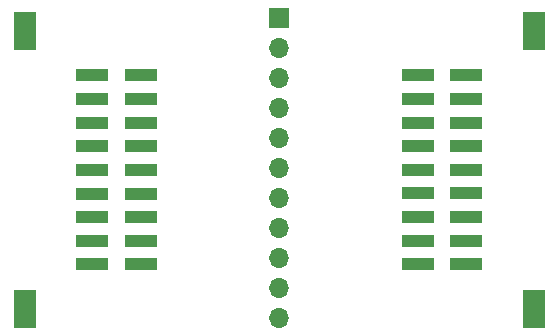
<source format=gbr>
%TF.GenerationSoftware,KiCad,Pcbnew,7.0.6-0*%
%TF.CreationDate,2023-11-06T09:59:01-05:00*%
%TF.ProjectId,AntSniffer,416e7453-6e69-4666-9665-722e6b696361,rev?*%
%TF.SameCoordinates,Original*%
%TF.FileFunction,Soldermask,Top*%
%TF.FilePolarity,Negative*%
%FSLAX46Y46*%
G04 Gerber Fmt 4.6, Leading zero omitted, Abs format (unit mm)*
G04 Created by KiCad (PCBNEW 7.0.6-0) date 2023-11-06 09:59:01*
%MOMM*%
%LPD*%
G01*
G04 APERTURE LIST*
%ADD10R,2.800000X1.100000*%
%ADD11R,1.900000X3.200000*%
%ADD12R,1.700000X1.700000*%
%ADD13O,1.700000X1.700000*%
G04 APERTURE END LIST*
D10*
%TO.C,CN2*%
X184349900Y-65759600D03*
X180239900Y-65759600D03*
X184349900Y-63759600D03*
X180239900Y-63759600D03*
X184349900Y-61759600D03*
X180239900Y-61759600D03*
X184349900Y-59759600D03*
X180239900Y-59759600D03*
X184349900Y-57759600D03*
X180239900Y-57759600D03*
X184349900Y-55759600D03*
X180239900Y-55759600D03*
X184349900Y-53759600D03*
X180239900Y-53759600D03*
X184349900Y-51759600D03*
X180239900Y-51759600D03*
X184349900Y-49759600D03*
X180239900Y-49759600D03*
D11*
X190099900Y-45979600D03*
X190099900Y-69539600D03*
%TD*%
D10*
%TO.C,CN1*%
X152704800Y-49771800D03*
X156814800Y-49771800D03*
X152704800Y-51771800D03*
X156814800Y-51771800D03*
X152704800Y-53771800D03*
X156814800Y-53771800D03*
X152704800Y-55771800D03*
X156814800Y-55771800D03*
X152704800Y-57771800D03*
X156814800Y-57771800D03*
X152704800Y-59771800D03*
X156814800Y-59771800D03*
X152704800Y-61771800D03*
X156814800Y-61771800D03*
X152704800Y-63771800D03*
X156814800Y-63771800D03*
X152704800Y-65771800D03*
X156814800Y-65771800D03*
D11*
X146954800Y-69551800D03*
X146954800Y-45991800D03*
%TD*%
D12*
%TO.C,J1*%
X168540000Y-44900000D03*
D13*
X168540000Y-47440000D03*
X168540000Y-49980000D03*
X168540000Y-52520000D03*
X168540000Y-55060000D03*
X168540000Y-57600000D03*
X168540000Y-60140000D03*
X168540000Y-62680000D03*
X168540000Y-65220000D03*
X168540000Y-67760000D03*
X168540000Y-70300000D03*
%TD*%
M02*

</source>
